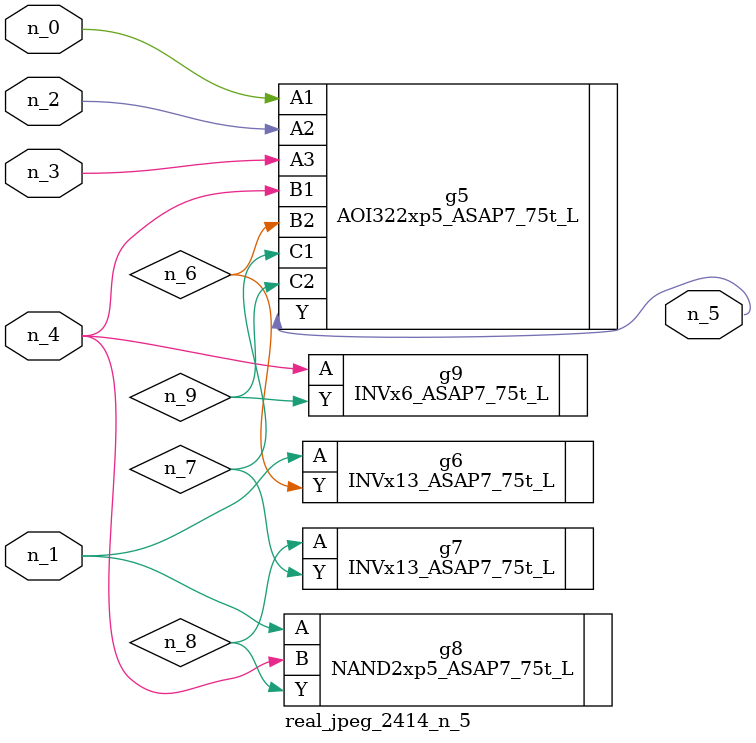
<source format=v>
module real_jpeg_2414_n_5 (n_4, n_0, n_1, n_2, n_3, n_5);

input n_4;
input n_0;
input n_1;
input n_2;
input n_3;

output n_5;

wire n_8;
wire n_6;
wire n_7;
wire n_9;

AOI322xp5_ASAP7_75t_L g5 ( 
.A1(n_0),
.A2(n_2),
.A3(n_3),
.B1(n_4),
.B2(n_6),
.C1(n_7),
.C2(n_9),
.Y(n_5)
);

INVx13_ASAP7_75t_L g6 ( 
.A(n_1),
.Y(n_6)
);

NAND2xp5_ASAP7_75t_L g8 ( 
.A(n_1),
.B(n_4),
.Y(n_8)
);

INVx6_ASAP7_75t_L g9 ( 
.A(n_4),
.Y(n_9)
);

INVx13_ASAP7_75t_L g7 ( 
.A(n_8),
.Y(n_7)
);


endmodule
</source>
